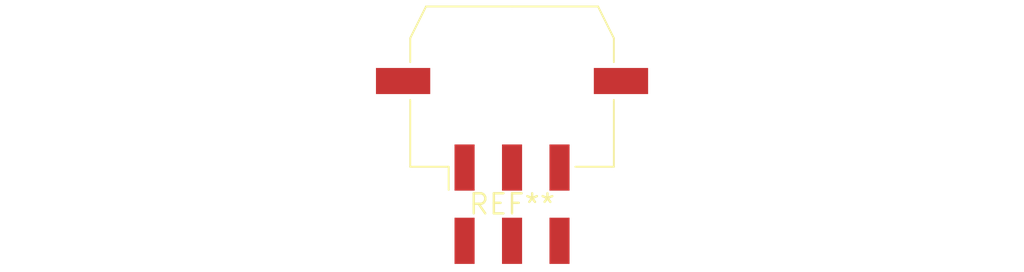
<source format=kicad_pcb>
(kicad_pcb (version 20240108) (generator pcbnew)
  (layers (0 "F.Cu" signal) (31 "B.Cu" signal) (34 "B.Paste" user) (35 "F.Paste" user) (36 "B.SilkS" user "B.Silkscreen") (37 "F.SilkS" user "F.Silkscreen") (38 "B.Mask" user) (39 "F.Mask" user) (44 "Edge.Cuts" user))
  (net 0 "")
  (footprint "Molex_Micro-Fit_3.0_43045-0610_2x03-1MP_P3.00mm_Horizontal" (layer "F.Cu") (at 0 0)
    (property "Reference" "REF**")
    (property "Value" "Molex_Micro-Fit_3.0_43045-0610_2x03-1MP_P3.00mm_Horizontal")
    (fp_line (start -6.435 -10.495) (end -6.435 -8.98) (layer "F.SilkS") (stroke (width 0.12)))
    (fp_line (start -6.435 -6.59) (end -6.435 -2.365) (layer "F.SilkS") (stroke (width 0.12)))
    (fp_line (start -6.435 -2.365) (end -4.005 -2.365) (layer "F.SilkS") (stroke (width 0.12)))
    (fp_line (start -5.435 -12.495) (end -6.435 -10.495) (layer "F.SilkS") (stroke (width 0.12)))
    (fp_line (start -4.005 -2.365) (end -4.005 -0.905) (layer "F.SilkS") (stroke (width 0.12)))
    (fp_line (start 0 -12.495) (end -5.435 -12.495) (layer "F.SilkS") (stroke (width 0.12)))
    (fp_line (start 0 -12.495) (end 5.435 -12.495) (layer "F.SilkS") (stroke (width 0.12)))
    (fp_line (start 5.435 -12.495) (end 6.435 -10.495) (layer "F.SilkS") (stroke (width 0.12)))
    (fp_line (start 6.435 -10.495) (end 6.435 -8.98) (layer "F.SilkS") (stroke (width 0.12)))
    (fp_line (start 6.435 -6.59) (end 6.435 -2.365) (layer "F.SilkS") (stroke (width 0.12)))
    (fp_line (start 6.435 -2.365) (end 4.005 -2.365) (layer "F.SilkS") (stroke (width 0.12)))
    (pad "1" smd rect (at -3 -2.315) (size 1.27 2.92) (layers "F.Cu" "F.Paste" "F.Mask"))
    (pad "2" smd rect (at 0 -2.315) (size 1.27 2.92) (layers "F.Cu" "F.Paste" "F.Mask"))
    (pad "3" smd rect (at 3 -2.315) (size 1.27 2.92) (layers "F.Cu" "F.Paste" "F.Mask"))
    (pad "4" smd rect (at -3 2.315) (size 1.27 2.92) (layers "F.Cu" "F.Paste" "F.Mask"))
    (pad "5" smd rect (at 0 2.315) (size 1.27 2.92) (layers "F.Cu" "F.Paste" "F.Mask"))
    (pad "6" smd rect (at 3 2.315) (size 1.27 2.92) (layers "F.Cu" "F.Paste" "F.Mask"))
    (pad "MP" smd rect (at -6.885 -7.785) (size 3.43 1.65) (layers "F.Cu" "F.Paste" "F.Mask"))
    (pad "MP" smd rect (at 6.885 -7.785) (size 3.43 1.65) (layers "F.Cu" "F.Paste" "F.Mask"))
  )
)
</source>
